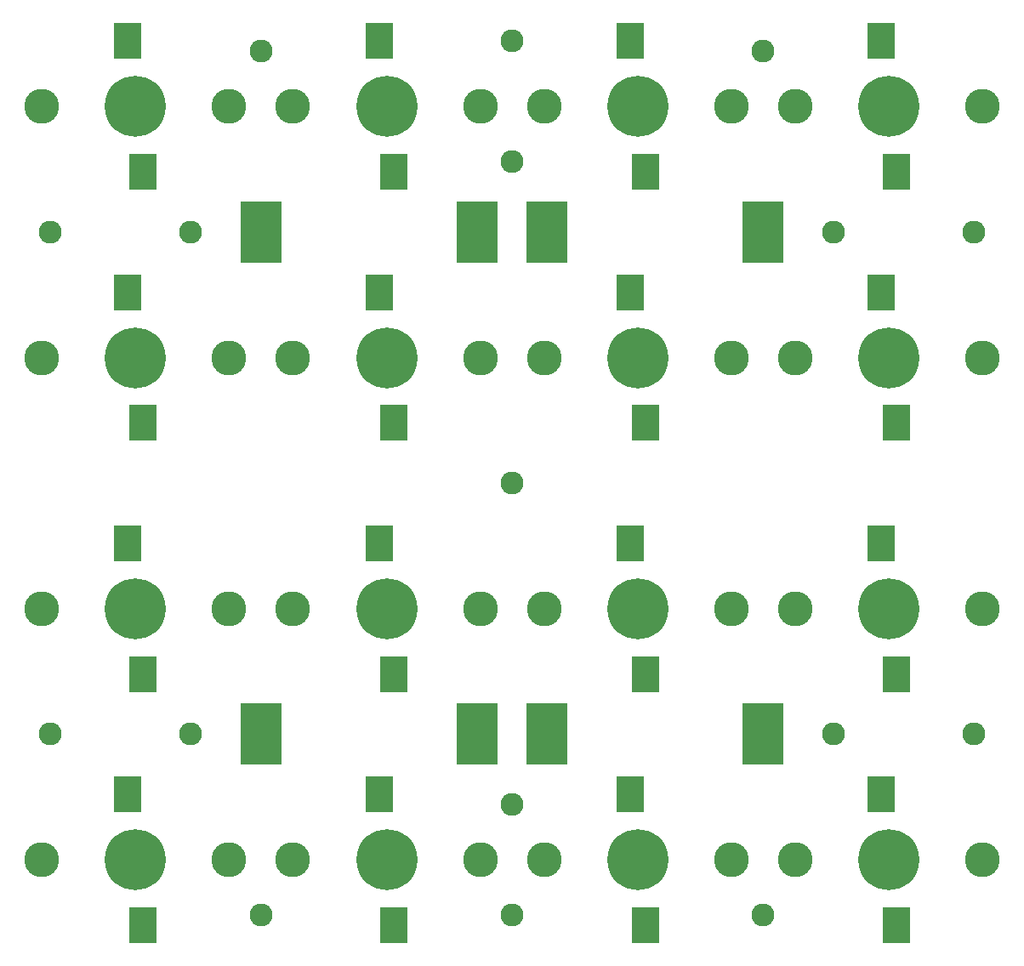
<source format=gts>
%TF.GenerationSoftware,KiCad,Pcbnew,8.0.7*%
%TF.CreationDate,2025-01-08T21:00:37+09:00*%
%TF.ProjectId,ledplane,6c656470-6c61-46e6-952e-6b696361645f,rev?*%
%TF.SameCoordinates,Original*%
%TF.FileFunction,Soldermask,Top*%
%TF.FilePolarity,Negative*%
%FSLAX46Y46*%
G04 Gerber Fmt 4.6, Leading zero omitted, Abs format (unit mm)*
G04 Created by KiCad (PCBNEW 8.0.7) date 2025-01-08 21:00:37*
%MOMM*%
%LPD*%
G01*
G04 APERTURE LIST*
G04 Aperture macros list*
%AMRoundRect*
0 Rectangle with rounded corners*
0 $1 Rounding radius*
0 $2 $3 $4 $5 $6 $7 $8 $9 X,Y pos of 4 corners*
0 Add a 4 corners polygon primitive as box body*
4,1,4,$2,$3,$4,$5,$6,$7,$8,$9,$2,$3,0*
0 Add four circle primitives for the rounded corners*
1,1,$1+$1,$2,$3*
1,1,$1+$1,$4,$5*
1,1,$1+$1,$6,$7*
1,1,$1+$1,$8,$9*
0 Add four rect primitives between the rounded corners*
20,1,$1+$1,$2,$3,$4,$5,0*
20,1,$1+$1,$4,$5,$6,$7,0*
20,1,$1+$1,$6,$7,$8,$9,0*
20,1,$1+$1,$8,$9,$2,$3,0*%
G04 Aperture macros list end*
%ADD10C,2.276000*%
%ADD11C,3.476000*%
%ADD12RoundRect,0.038000X1.350000X-1.750000X1.350000X1.750000X-1.350000X1.750000X-1.350000X-1.750000X0*%
%ADD13C,6.076000*%
%ADD14RoundRect,0.038000X-2.000000X-3.000000X2.000000X-3.000000X2.000000X3.000000X-2.000000X3.000000X0*%
G04 APERTURE END LIST*
D10*
%TO.C,H9*%
X50000000Y-93000000D03*
%TD*%
D11*
%TO.C,D9*%
X3185000Y-62500000D03*
X21815000Y-62500000D03*
D12*
X13250000Y-69000000D03*
X11750000Y-56000000D03*
D13*
X12500000Y-62500000D03*
%TD*%
D10*
%TO.C,H4*%
X82000000Y-25000000D03*
%TD*%
D14*
%TO.C,TP7*%
X53500000Y-75000000D03*
%TD*%
D10*
%TO.C,H6*%
X25000000Y-93000000D03*
%TD*%
D14*
%TO.C,TP3*%
X53500000Y-25000000D03*
%TD*%
D11*
%TO.C,D2*%
X28185000Y-12500000D03*
X46815000Y-12500000D03*
D12*
X38250000Y-19000000D03*
X36750000Y-6000000D03*
D13*
X37500000Y-12500000D03*
%TD*%
D10*
%TO.C,H8*%
X50000000Y-50000000D03*
%TD*%
%TO.C,H7*%
X50000000Y-6000000D03*
%TD*%
%TO.C,H1*%
X4000000Y-25000000D03*
%TD*%
%TO.C,H3*%
X25000000Y-7000000D03*
%TD*%
%TO.C,H14*%
X82000000Y-75000000D03*
%TD*%
D11*
%TO.C,D13*%
X3185000Y-87500000D03*
X21815000Y-87500000D03*
D12*
X13250000Y-94000000D03*
X11750000Y-81000000D03*
D13*
X12500000Y-87500000D03*
%TD*%
D14*
%TO.C,TP5*%
X25000000Y-75000000D03*
%TD*%
D10*
%TO.C,H13*%
X50000000Y-82000000D03*
%TD*%
D14*
%TO.C,TP8*%
X75000000Y-75000000D03*
%TD*%
D11*
%TO.C,D11*%
X53185000Y-62500000D03*
X71815000Y-62500000D03*
D12*
X63250000Y-69000000D03*
X61750000Y-56000000D03*
D13*
X62500000Y-62500000D03*
%TD*%
D10*
%TO.C,H17*%
X75000000Y-93000000D03*
%TD*%
D11*
%TO.C,D8*%
X78185000Y-37500000D03*
X96815000Y-37500000D03*
D12*
X88250000Y-44000000D03*
X86750000Y-31000000D03*
D13*
X87500000Y-37500000D03*
%TD*%
D10*
%TO.C,H12*%
X18000000Y-75000000D03*
%TD*%
D11*
%TO.C,D5*%
X3185000Y-37500000D03*
X21815000Y-37500000D03*
D12*
X13250000Y-44000000D03*
X11750000Y-31000000D03*
D13*
X12500000Y-37500000D03*
%TD*%
D11*
%TO.C,D15*%
X53185000Y-87500000D03*
X71815000Y-87500000D03*
D12*
X63250000Y-94000000D03*
X61750000Y-81000000D03*
D13*
X62500000Y-87500000D03*
%TD*%
D10*
%TO.C,H15*%
X96000000Y-75000000D03*
%TD*%
%TO.C,H16*%
X75000000Y-7000000D03*
%TD*%
D11*
%TO.C,D6*%
X28185000Y-37500000D03*
X46815000Y-37500000D03*
D12*
X38250000Y-44000000D03*
X36750000Y-31000000D03*
D13*
X37500000Y-37500000D03*
%TD*%
D14*
%TO.C,TP1*%
X25000000Y-25000000D03*
%TD*%
D10*
%TO.C,H2*%
X18000000Y-25000000D03*
%TD*%
D11*
%TO.C,D10*%
X28185000Y-62500000D03*
X46815000Y-62500000D03*
D12*
X38250000Y-69000000D03*
X36750000Y-56000000D03*
D13*
X37500000Y-62500000D03*
%TD*%
D14*
%TO.C,TP2*%
X46500000Y-25000000D03*
%TD*%
D11*
%TO.C,D7*%
X53185000Y-37500000D03*
X71815000Y-37500000D03*
D12*
X63250000Y-44000000D03*
X61750000Y-31000000D03*
D13*
X62500000Y-37500000D03*
%TD*%
D10*
%TO.C,H11*%
X4000000Y-75000000D03*
%TD*%
D11*
%TO.C,D14*%
X28185000Y-87500000D03*
X46815000Y-87500000D03*
D12*
X38250000Y-94000000D03*
X36750000Y-81000000D03*
D13*
X37500000Y-87500000D03*
%TD*%
D10*
%TO.C,H5*%
X96000000Y-25000000D03*
%TD*%
D11*
%TO.C,D1*%
X3185000Y-12500000D03*
X21815000Y-12500000D03*
D12*
X13250000Y-19000000D03*
X11750000Y-6000000D03*
D13*
X12500000Y-12500000D03*
%TD*%
D14*
%TO.C,TP6*%
X46500000Y-75000000D03*
%TD*%
D11*
%TO.C,D3*%
X53185000Y-12500000D03*
X71815000Y-12500000D03*
D12*
X63250000Y-19000000D03*
X61750000Y-6000000D03*
D13*
X62500000Y-12500000D03*
%TD*%
D11*
%TO.C,D16*%
X78185000Y-87500000D03*
X96815000Y-87500000D03*
D12*
X88250000Y-94000000D03*
X86750000Y-81000000D03*
D13*
X87500000Y-87500000D03*
%TD*%
D14*
%TO.C,TP4*%
X75000000Y-25000000D03*
%TD*%
D11*
%TO.C,D4*%
X78185000Y-12500000D03*
X96815000Y-12500000D03*
D12*
X88250000Y-19000000D03*
X86750000Y-6000000D03*
D13*
X87500000Y-12500000D03*
%TD*%
D11*
%TO.C,D12*%
X78185000Y-62500000D03*
X96815000Y-62500000D03*
D12*
X88250000Y-69000000D03*
X86750000Y-56000000D03*
D13*
X87500000Y-62500000D03*
%TD*%
D10*
%TO.C,H10*%
X50000000Y-18000000D03*
%TD*%
M02*

</source>
